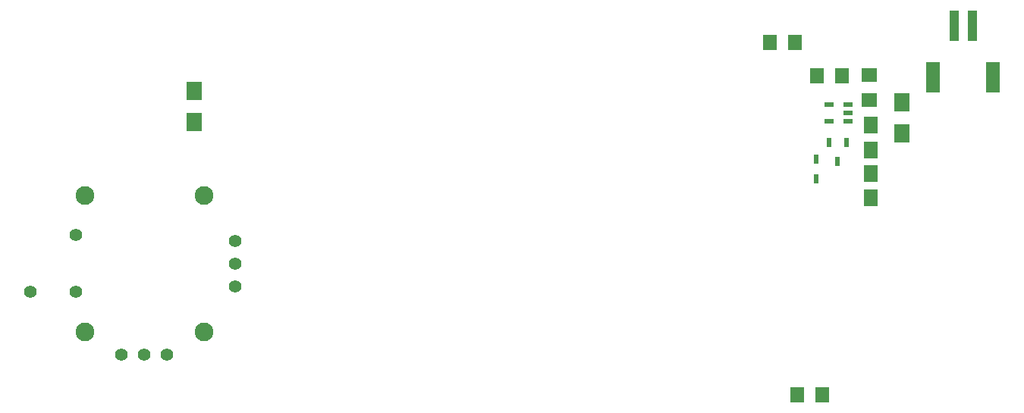
<source format=gbr>
%TF.GenerationSoftware,KiCad,Pcbnew,(5.1.5)-2*%
%TF.CreationDate,2019-12-16T21:25:58-05:00*%
%TF.ProjectId,Game_Cat,47616d65-5f43-4617-942e-6b696361645f,2.8*%
%TF.SameCoordinates,Original*%
%TF.FileFunction,Paste,Bot*%
%TF.FilePolarity,Positive*%
%FSLAX46Y46*%
G04 Gerber Fmt 4.6, Leading zero omitted, Abs format (unit mm)*
G04 Created by KiCad (PCBNEW (5.1.5)-2) date 2019-12-16 21:25:58*
%MOMM*%
%LPD*%
G04 APERTURE LIST*
%ADD10R,1.498600X3.395980*%
%ADD11R,1.498600X3.398520*%
%ADD12R,0.998220X3.497580*%
%ADD13R,0.995680X3.497580*%
%ADD14R,1.501140X1.950720*%
%ADD15R,1.600200X1.803400*%
%ADD16R,0.599440X1.000760*%
%ADD17R,1.699260X2.100580*%
%ADD18C,1.397000*%
%ADD19C,2.095500*%
%ADD20C,1.407160*%
%ADD21R,1.803400X1.600200*%
%ADD22R,1.000760X0.599440*%
G04 APERTURE END LIST*
D10*
%TO.C,BAT1*%
X179278280Y-78265020D03*
D11*
X185971180Y-78265020D03*
D12*
X181625240Y-72517000D03*
D13*
X183626760Y-72517000D03*
%TD*%
D14*
%TO.C,C17*%
X172312713Y-83648380D03*
X172312713Y-86396660D03*
%TD*%
%TO.C,C18*%
X172300000Y-89025860D03*
X172300000Y-91774140D03*
%TD*%
D15*
%TO.C,C27*%
X164103000Y-113800000D03*
X166897000Y-113800000D03*
%TD*%
D16*
%TO.C,D3*%
X166216713Y-87478701D03*
X166216713Y-89678341D03*
%TD*%
D17*
%TO.C,D4*%
X96774000Y-79804260D03*
X96774000Y-83263740D03*
%TD*%
%TO.C,D5*%
X175768000Y-81074260D03*
X175768000Y-84533740D03*
%TD*%
D18*
%TO.C,J1*%
X93789500Y-109245400D03*
X91249500Y-109245400D03*
X88709500Y-109245400D03*
D19*
X84582000Y-91465400D03*
X97917000Y-91465400D03*
X97917000Y-106705400D03*
X84582000Y-106705400D03*
D18*
X101409500Y-96545400D03*
X101409500Y-99085400D03*
X101409500Y-101625400D03*
D20*
X83629500Y-95910400D03*
X83629500Y-102260400D03*
X78549500Y-102260400D03*
%TD*%
D16*
%TO.C,Q6*%
X167677213Y-85576241D03*
X168629713Y-87689521D03*
X169582213Y-85576241D03*
%TD*%
D21*
%TO.C,R30*%
X172185714Y-80831521D03*
X172185714Y-78037521D03*
%TD*%
D15*
%TO.C,R31*%
X169137713Y-78164520D03*
X166343713Y-78164520D03*
%TD*%
%TO.C,R32*%
X161036000Y-74396600D03*
X163830000Y-74396600D03*
%TD*%
D22*
%TO.C,U9*%
X167659431Y-81339522D03*
X167659431Y-83244522D03*
X169772711Y-82292022D03*
X169772711Y-83244522D03*
X169772711Y-81339522D03*
%TD*%
M02*

</source>
